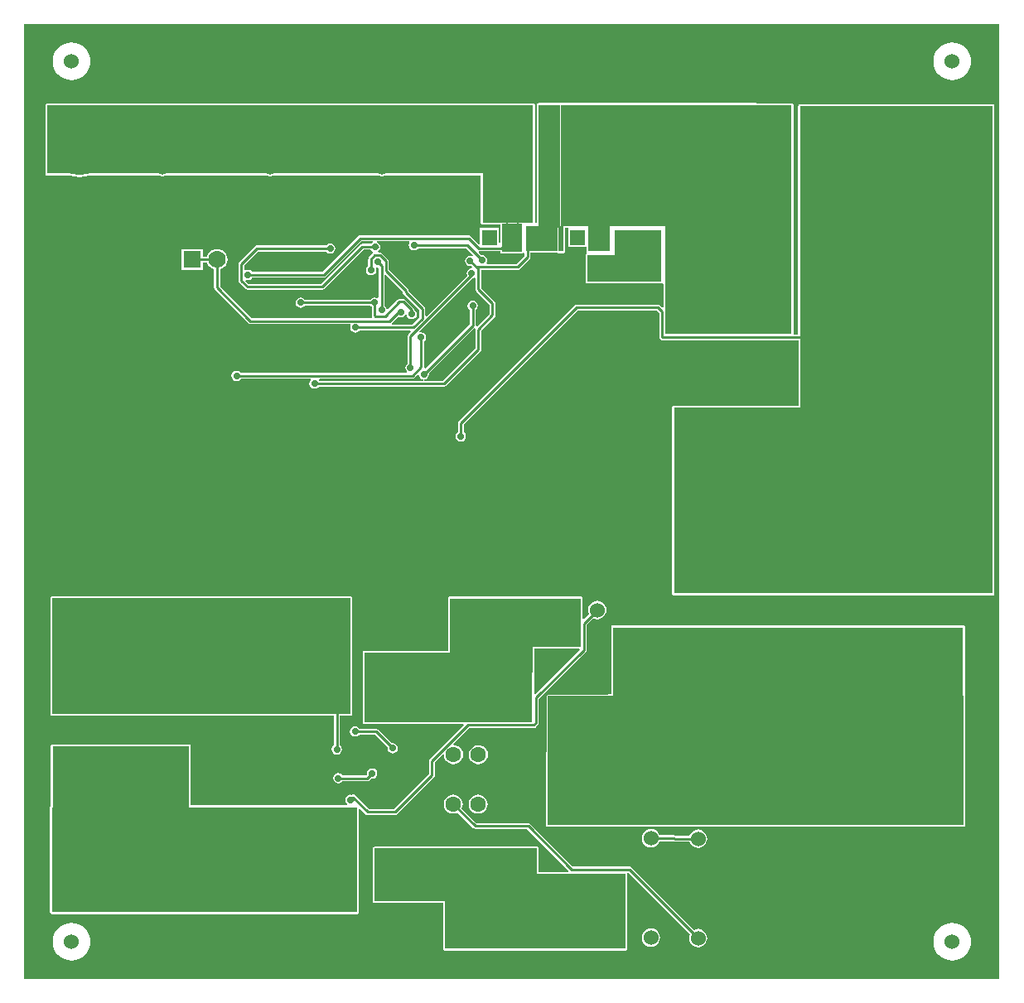
<source format=gbl>
G04 Layer_Physical_Order=2*
G04 Layer_Color=11436288*
%FSLAX24Y24*%
%MOIN*%
G70*
G01*
G75*
%ADD25C,0.0100*%
%ADD26R,1.4094X0.2776*%
%ADD27R,1.6722X0.5197*%
%ADD33R,0.5285X0.1969*%
%ADD34R,0.6762X0.2795*%
%ADD36R,1.8701X0.2756*%
%ADD37R,0.0787X0.1181*%
%ADD40R,0.0214X0.1046*%
%ADD45R,0.3671X0.4341*%
%ADD53R,0.5118X1.4557*%
%ADD54R,1.7972X0.3543*%
%ADD56C,0.1181*%
%ADD57R,0.0512X0.0512*%
%ADD58C,0.0512*%
%ADD59R,0.0512X0.0512*%
%ADD60C,0.1575*%
%ADD61C,0.0600*%
%ADD62C,0.0630*%
%ADD63R,0.0700X0.0700*%
%ADD64C,0.0700*%
%ADD65R,0.0591X0.0591*%
%ADD66C,0.0591*%
%ADD67R,0.0630X0.0630*%
%ADD68C,0.1500*%
%ADD69C,0.0660*%
%ADD70C,0.2362*%
%ADD71C,0.0197*%
%ADD72C,0.0276*%
%ADD73R,0.2067X0.1280*%
%ADD74R,0.0689X0.7382*%
%ADD75R,0.0787X0.1280*%
%ADD76R,1.0335X0.0591*%
%ADD77R,0.3356X0.1073*%
%ADD78R,0.6526X0.2136*%
%ADD79R,0.7264X0.3041*%
%ADD80R,1.2274X0.4242*%
%ADD81R,0.5502X0.2598*%
%ADD82R,1.2018X0.4665*%
%ADD83R,1.7087X0.2008*%
%ADD84R,1.2845X0.7500*%
%ADD85R,0.7756X0.2923*%
%ADD86R,0.7766X0.9213*%
%ADD87R,0.1427X0.9222*%
%ADD88R,0.4862X0.4892*%
%ADD89R,0.0906X0.1033*%
%ADD90R,0.3012X0.4892*%
%ADD91R,0.0896X0.4941*%
%ADD92R,0.1307X0.1044*%
%ADD93R,0.1132X0.1063*%
%ADD94R,0.1860X0.2116*%
%ADD95R,0.2047X0.4724*%
%ADD96R,0.2894X1.1348*%
G36*
X49144Y13454D02*
X9911D01*
Y51900D01*
X49144D01*
Y13454D01*
D02*
G37*
%LPC*%
G36*
X28167Y20887D02*
X28068Y20874D01*
X27975Y20836D01*
X27895Y20774D01*
X27834Y20695D01*
X27795Y20602D01*
X27782Y20502D01*
X27795Y20402D01*
X27834Y20309D01*
X27895Y20230D01*
X27975Y20168D01*
X28068Y20130D01*
X28167Y20117D01*
X28267Y20130D01*
X28360Y20168D01*
X28440Y20230D01*
X28501Y20309D01*
X28539Y20402D01*
X28552Y20502D01*
X28539Y20602D01*
X28501Y20695D01*
X28440Y20774D01*
X28360Y20836D01*
X28267Y20874D01*
X28167Y20887D01*
D02*
G37*
G36*
X32303Y28858D02*
X27018D01*
X26992Y28852D01*
X26969Y28838D01*
X26955Y28815D01*
X26949Y28789D01*
Y26850D01*
Y26821D01*
Y26663D01*
X23593D01*
X23566Y26658D01*
X23544Y26643D01*
X23529Y26621D01*
X23524Y26594D01*
Y23799D01*
X23529Y23773D01*
X23544Y23751D01*
X23566Y23736D01*
X23593Y23731D01*
X27573D01*
X27592Y23685D01*
X26226Y22318D01*
X26200Y22280D01*
X26191Y22234D01*
Y21708D01*
X24779Y20296D01*
X23770D01*
X23214Y20852D01*
X23176Y20878D01*
X23130Y20887D01*
X23084Y20878D01*
X23072Y20870D01*
X23031Y20878D01*
X22952Y20862D01*
X22884Y20817D01*
X22839Y20749D01*
X22823Y20669D01*
X22839Y20589D01*
X22884Y20522D01*
X22913Y20502D01*
X22898Y20452D01*
X16604D01*
Y22835D01*
X16598Y22861D01*
X16584Y22883D01*
X16562Y22898D01*
X16535Y22903D01*
X11033D01*
X11007Y22898D01*
X10985Y22883D01*
X10970Y22861D01*
X10965Y22835D01*
Y20432D01*
X10951Y20410D01*
X10946Y20384D01*
Y16142D01*
X10951Y16116D01*
X10966Y16093D01*
X10988Y16079D01*
X11014Y16073D01*
X23287D01*
X23314Y16079D01*
X23336Y16093D01*
X23350Y16116D01*
X23356Y16142D01*
Y20308D01*
X23402Y20327D01*
X23636Y20093D01*
X23675Y20067D01*
X23720Y20058D01*
X24829D01*
X24874Y20067D01*
X24913Y20093D01*
X26395Y21574D01*
X26420Y21613D01*
X26429Y21659D01*
Y22185D01*
X26748Y22503D01*
X26794Y22478D01*
X26805Y22390D01*
X26844Y22298D01*
X26905Y22218D01*
X26985Y22157D01*
X27077Y22118D01*
X27177Y22105D01*
X27277Y22118D01*
X27370Y22157D01*
X27450Y22218D01*
X27511Y22298D01*
X27549Y22390D01*
X27562Y22490D01*
X27549Y22590D01*
X27511Y22683D01*
X27450Y22763D01*
X27370Y22824D01*
X27277Y22862D01*
X27189Y22874D01*
X27165Y22920D01*
X27808Y23563D01*
X30403D01*
X30448Y23572D01*
X30487Y23598D01*
X30575Y23686D01*
X30601Y23725D01*
X30610Y23770D01*
Y24731D01*
X32504Y26625D01*
X32530Y26664D01*
X32539Y26709D01*
Y27719D01*
X32797Y27977D01*
X32863Y27950D01*
X32959Y27937D01*
X33054Y27950D01*
X33144Y27987D01*
X33220Y28045D01*
X33279Y28122D01*
X33316Y28211D01*
X33329Y28307D01*
X33316Y28403D01*
X33279Y28492D01*
X33220Y28569D01*
X33144Y28628D01*
X33054Y28665D01*
X32959Y28677D01*
X32863Y28665D01*
X32774Y28628D01*
X32697Y28569D01*
X32638Y28492D01*
X32601Y28403D01*
X32589Y28307D01*
X32601Y28211D01*
X32628Y28145D01*
X32418Y27935D01*
X32371Y27954D01*
Y28789D01*
X32366Y28815D01*
X32351Y28838D01*
X32329Y28852D01*
X32303Y28858D01*
D02*
G37*
G36*
X47687Y27696D02*
X33593D01*
X33566Y27691D01*
X33544Y27676D01*
X33529Y27654D01*
X33524Y27628D01*
Y24921D01*
X30965D01*
X30938Y24915D01*
X30916Y24901D01*
X30902Y24878D01*
X30896Y24852D01*
Y19656D01*
X30902Y19629D01*
X30916Y19607D01*
X30938Y19592D01*
X30965Y19587D01*
X47687D01*
X47713Y19592D01*
X47735Y19607D01*
X47750Y19629D01*
X47755Y19656D01*
Y24852D01*
Y27628D01*
X47750Y27654D01*
X47735Y27676D01*
X47713Y27691D01*
X47687Y27696D01*
D02*
G37*
G36*
X23219Y23629D02*
X23139Y23613D01*
X23071Y23568D01*
X23026Y23500D01*
X23010Y23420D01*
X23026Y23340D01*
X23071Y23272D01*
X23139Y23227D01*
X23219Y23211D01*
X23298Y23227D01*
X23366Y23272D01*
X23385Y23301D01*
X24007D01*
X24528Y22780D01*
X24521Y22746D01*
X24537Y22666D01*
X24582Y22598D01*
X24650Y22553D01*
X24730Y22537D01*
X24810Y22553D01*
X24878Y22598D01*
X24923Y22666D01*
X24939Y22746D01*
X24923Y22826D01*
X24878Y22894D01*
X24810Y22939D01*
X24730Y22955D01*
X24697Y22948D01*
X24140Y23504D01*
X24102Y23530D01*
X24056Y23539D01*
X23385D01*
X23366Y23568D01*
X23298Y23613D01*
X23219Y23629D01*
D02*
G37*
G36*
X28177Y22875D02*
X28077Y22862D01*
X27985Y22824D01*
X27905Y22763D01*
X27844Y22683D01*
X27805Y22590D01*
X27792Y22490D01*
X27805Y22390D01*
X27844Y22298D01*
X27905Y22218D01*
X27985Y22157D01*
X28077Y22118D01*
X28177Y22105D01*
X28277Y22118D01*
X28370Y22157D01*
X28450Y22218D01*
X28511Y22298D01*
X28549Y22390D01*
X28562Y22490D01*
X28549Y22590D01*
X28511Y22683D01*
X28450Y22763D01*
X28370Y22824D01*
X28277Y22862D01*
X28177Y22875D01*
D02*
G37*
G36*
X23041Y28848D02*
X11024D01*
X10998Y28843D01*
X10975Y28828D01*
X10961Y28806D01*
X10955Y28780D01*
Y24114D01*
X10961Y24088D01*
X10975Y24066D01*
X10998Y24051D01*
X11024Y24046D01*
X22361D01*
Y22867D01*
X22332Y22848D01*
X22287Y22780D01*
X22271Y22700D01*
X22287Y22620D01*
X22332Y22552D01*
X22400Y22507D01*
X22480Y22491D01*
X22560Y22507D01*
X22628Y22552D01*
X22673Y22620D01*
X22689Y22700D01*
X22673Y22780D01*
X22628Y22848D01*
X22599Y22867D01*
Y24046D01*
X23041D01*
X23067Y24051D01*
X23090Y24066D01*
X23104Y24088D01*
X23110Y24114D01*
Y28780D01*
X23104Y28806D01*
X23090Y28828D01*
X23067Y28843D01*
X23041Y28848D01*
D02*
G37*
G36*
X23900Y21939D02*
X23820Y21923D01*
X23752Y21878D01*
X23707Y21810D01*
X23691Y21730D01*
X23698Y21697D01*
X23661Y21659D01*
X22707D01*
X22688Y21688D01*
X22620Y21733D01*
X22540Y21749D01*
X22460Y21733D01*
X22392Y21688D01*
X22347Y21620D01*
X22331Y21540D01*
X22347Y21460D01*
X22392Y21392D01*
X22460Y21347D01*
X22540Y21331D01*
X22620Y21347D01*
X22688Y21392D01*
X22707Y21421D01*
X23710D01*
X23756Y21430D01*
X23794Y21456D01*
X23867Y21528D01*
X23900Y21521D01*
X23980Y21537D01*
X24048Y21582D01*
X24093Y21650D01*
X24109Y21730D01*
X24093Y21810D01*
X24048Y21878D01*
X23980Y21923D01*
X23900Y21939D01*
D02*
G37*
G36*
X35118Y19494D02*
X35022Y19482D01*
X34933Y19445D01*
X34856Y19386D01*
X34798Y19309D01*
X34761Y19220D01*
X34748Y19124D01*
X34761Y19028D01*
X34798Y18939D01*
X34856Y18862D01*
X34933Y18804D01*
X35022Y18767D01*
X35118Y18754D01*
X35214Y18767D01*
X35303Y18804D01*
X35380Y18862D01*
X35439Y18939D01*
X35466Y19005D01*
X36020D01*
X36030Y18998D01*
X36076Y18989D01*
X36670D01*
X36697Y18923D01*
X36756Y18847D01*
X36833Y18788D01*
X36922Y18751D01*
X37018Y18738D01*
X37114Y18751D01*
X37203Y18788D01*
X37279Y18847D01*
X37338Y18923D01*
X37375Y19012D01*
X37388Y19108D01*
X37375Y19204D01*
X37338Y19293D01*
X37279Y19370D01*
X37203Y19429D01*
X37114Y19466D01*
X37018Y19478D01*
X36922Y19466D01*
X36833Y19429D01*
X36756Y19370D01*
X36697Y19293D01*
X36670Y19227D01*
X36116D01*
X36106Y19234D01*
X36060Y19243D01*
X35466D01*
X35439Y19309D01*
X35380Y19386D01*
X35303Y19445D01*
X35214Y19482D01*
X35118Y19494D01*
D02*
G37*
G36*
X39360Y48710D02*
X30591D01*
X30564Y48705D01*
X30542Y48690D01*
X30528Y48668D01*
X30522Y48642D01*
Y43909D01*
X30512Y43904D01*
X30462Y43937D01*
Y48622D01*
X30457Y48648D01*
X30442Y48670D01*
X30420Y48685D01*
X30394Y48690D01*
X10827D01*
X10801Y48685D01*
X10779Y48670D01*
X10764Y48648D01*
X10759Y48622D01*
Y45866D01*
X10764Y45840D01*
X10779Y45818D01*
X10801Y45803D01*
X10827Y45798D01*
X11738D01*
X11739Y45798D01*
X11930Y45752D01*
X12126Y45736D01*
X12322Y45752D01*
X12513Y45798D01*
X12514Y45798D01*
X15312D01*
X15349Y45783D01*
X15453Y45769D01*
X15556Y45783D01*
X15593Y45798D01*
X19643D01*
X19680Y45783D01*
X19783Y45769D01*
X19887Y45783D01*
X19924Y45798D01*
X24170D01*
X24207Y45783D01*
X24311Y45769D01*
X24415Y45783D01*
X24452Y45798D01*
X28278D01*
Y43898D01*
X28283Y43872D01*
X28298Y43849D01*
X28320Y43835D01*
X28346Y43829D01*
X29066D01*
Y43058D01*
X29060Y43054D01*
X29010Y43081D01*
Y43689D01*
X28246D01*
Y43053D01*
X28196Y43033D01*
X27874Y43354D01*
X27836Y43380D01*
X27790Y43389D01*
X23420D01*
X23374Y43380D01*
X23336Y43354D01*
X21901Y41919D01*
X19067D01*
X19048Y41948D01*
X18980Y41993D01*
X18900Y42009D01*
X18820Y41993D01*
X18803Y41982D01*
X18759Y42005D01*
Y42191D01*
X19306Y42738D01*
X22053D01*
X22072Y42709D01*
X22140Y42664D01*
X22220Y42648D01*
X22300Y42664D01*
X22368Y42709D01*
X22413Y42777D01*
X22429Y42857D01*
X22413Y42937D01*
X22368Y43005D01*
X22300Y43050D01*
X22220Y43066D01*
X22140Y43050D01*
X22072Y43005D01*
X22053Y42976D01*
X19257D01*
X19211Y42967D01*
X19173Y42941D01*
X18556Y42324D01*
X18530Y42286D01*
X18521Y42240D01*
Y41560D01*
X18530Y41514D01*
X18556Y41476D01*
X18796Y41236D01*
X18834Y41210D01*
X18880Y41201D01*
X21900D01*
X21946Y41210D01*
X21984Y41236D01*
X23559Y42811D01*
X23838D01*
X23868Y42766D01*
X23929Y42725D01*
X23936Y42693D01*
X23936Y42670D01*
X23924Y42662D01*
X23775Y42513D01*
X23749Y42474D01*
X23740Y42428D01*
Y42154D01*
X23712Y42135D01*
X23667Y42067D01*
X23651Y41987D01*
X23667Y41907D01*
X23712Y41839D01*
X23780Y41794D01*
X23859Y41778D01*
X23939Y41794D01*
X24007Y41839D01*
X24052Y41907D01*
X24068Y41987D01*
X24053Y42063D01*
X24072Y42093D01*
X24083Y42108D01*
X24120Y42109D01*
X24161Y42074D01*
Y40879D01*
X24111Y40852D01*
X24080Y40873D01*
X24000Y40889D01*
X23920Y40873D01*
X23852Y40828D01*
X23833Y40799D01*
X21197D01*
X21178Y40828D01*
X21110Y40873D01*
X21030Y40889D01*
X20950Y40873D01*
X20882Y40828D01*
X20837Y40760D01*
X20821Y40680D01*
X20837Y40600D01*
X20882Y40532D01*
X20950Y40487D01*
X21030Y40471D01*
X21110Y40487D01*
X21178Y40532D01*
X21197Y40561D01*
X23833D01*
X23852Y40532D01*
X23881Y40513D01*
Y40165D01*
X23890Y40120D01*
X23899Y40106D01*
X23872Y40056D01*
X19062D01*
X17783Y41336D01*
Y42015D01*
X17874Y42053D01*
X17961Y42120D01*
X18028Y42207D01*
X18070Y42308D01*
X18084Y42417D01*
X18070Y42526D01*
X18028Y42628D01*
X17961Y42715D01*
X17874Y42782D01*
X17772Y42824D01*
X17663Y42838D01*
X17555Y42824D01*
X17453Y42782D01*
X17366Y42715D01*
X17299Y42628D01*
X17261Y42537D01*
X17080D01*
Y42834D01*
X16246D01*
Y42000D01*
X17080D01*
Y42298D01*
X17261D01*
X17299Y42207D01*
X17366Y42120D01*
X17453Y42053D01*
X17544Y42015D01*
Y41287D01*
X17553Y41241D01*
X17579Y41202D01*
X18929Y39853D01*
X18967Y39827D01*
X19013Y39818D01*
X23021D01*
X23045Y39774D01*
X23035Y39760D01*
X23020Y39680D01*
X23035Y39600D01*
X23081Y39532D01*
X23148Y39487D01*
X23228Y39471D01*
X23308Y39487D01*
X23376Y39532D01*
X23395Y39561D01*
X25443D01*
X25462Y39515D01*
X25356Y39408D01*
X25330Y39370D01*
X25321Y39324D01*
Y38227D01*
X25292Y38208D01*
X25247Y38140D01*
X25231Y38060D01*
X25247Y37980D01*
X25292Y37912D01*
X25312Y37899D01*
X25297Y37849D01*
X18617D01*
X18598Y37878D01*
X18530Y37923D01*
X18450Y37939D01*
X18370Y37923D01*
X18302Y37878D01*
X18257Y37810D01*
X18241Y37730D01*
X18257Y37650D01*
X18302Y37582D01*
X18370Y37537D01*
X18450Y37521D01*
X18530Y37537D01*
X18598Y37582D01*
X18617Y37611D01*
X21414D01*
X21428Y37561D01*
X21387Y37500D01*
X21371Y37420D01*
X21387Y37340D01*
X21432Y37272D01*
X21500Y37227D01*
X21580Y37211D01*
X21660Y37227D01*
X21728Y37272D01*
X21747Y37301D01*
X26790D01*
X26836Y37310D01*
X26874Y37336D01*
X28254Y38716D01*
X28280Y38754D01*
X28289Y38800D01*
Y39558D01*
X28824Y40093D01*
X28850Y40132D01*
X28859Y40178D01*
Y40652D01*
X28850Y40698D01*
X28824Y40737D01*
X28289Y41272D01*
Y41997D01*
X29756D01*
X29802Y42006D01*
X29840Y42032D01*
X30244Y42436D01*
X30270Y42474D01*
X30279Y42520D01*
Y42677D01*
X31372D01*
X31382Y42675D01*
X31595D01*
X31622Y42680D01*
X31644Y42695D01*
X31659Y42717D01*
X31664Y42743D01*
Y43682D01*
X31789D01*
Y42925D01*
X32520D01*
Y42726D01*
X32526Y42700D01*
X32530Y42694D01*
X32524Y42653D01*
X32514Y42636D01*
X32501Y42627D01*
X32486Y42605D01*
X32481Y42579D01*
Y41516D01*
X32486Y41490D01*
X32501Y41467D01*
X32523Y41453D01*
X32549Y41448D01*
X35531D01*
X35558Y41453D01*
X35571Y41461D01*
X35604Y41451D01*
X35621Y41439D01*
Y40503D01*
X35575Y40484D01*
X35484Y40574D01*
X35446Y40600D01*
X35400Y40609D01*
X32130D01*
X32084Y40600D01*
X32046Y40574D01*
X27386Y35914D01*
X27360Y35876D01*
X27351Y35830D01*
Y35467D01*
X27322Y35448D01*
X27277Y35380D01*
X27261Y35300D01*
X27277Y35220D01*
X27322Y35152D01*
X27390Y35107D01*
X27470Y35091D01*
X27550Y35107D01*
X27618Y35152D01*
X27663Y35220D01*
X27679Y35300D01*
X27663Y35380D01*
X27618Y35448D01*
X27589Y35467D01*
Y35781D01*
X32179Y40371D01*
X35351D01*
X35451Y40271D01*
Y39290D01*
X35460Y39244D01*
X35486Y39206D01*
X35524Y39180D01*
X35570Y39171D01*
X41054D01*
Y36535D01*
X36033D01*
X36007Y36530D01*
X35985Y36515D01*
X35970Y36493D01*
X35965Y36467D01*
Y28967D01*
X35970Y28940D01*
X35985Y28918D01*
X36007Y28903D01*
X36033Y28898D01*
X48878D01*
X48904Y28903D01*
X48926Y28918D01*
X48941Y28940D01*
X48946Y28967D01*
Y36467D01*
Y39390D01*
Y48602D01*
X48941Y48628D01*
X48926Y48651D01*
X48904Y48665D01*
X48878Y48671D01*
X41112D01*
X41086Y48665D01*
X41064Y48651D01*
X41049Y48628D01*
X41044Y48602D01*
Y39409D01*
X40856D01*
X40856Y39409D01*
Y48632D01*
X40850Y48658D01*
X40836Y48680D01*
X40814Y48695D01*
X40787Y48700D01*
X39393D01*
X39386Y48705D01*
X39360Y48710D01*
D02*
G37*
G36*
X11811Y51153D02*
X11663Y51139D01*
X11520Y51095D01*
X11389Y51025D01*
X11274Y50931D01*
X11179Y50816D01*
X11109Y50684D01*
X11066Y50542D01*
X11051Y50394D01*
X11066Y50246D01*
X11109Y50103D01*
X11179Y49972D01*
X11274Y49857D01*
X11389Y49762D01*
X11520Y49692D01*
X11663Y49649D01*
X11811Y49634D01*
X11959Y49649D01*
X12102Y49692D01*
X12233Y49762D01*
X12348Y49857D01*
X12443Y49972D01*
X12513Y50103D01*
X12556Y50246D01*
X12571Y50394D01*
X12556Y50542D01*
X12513Y50684D01*
X12443Y50816D01*
X12348Y50931D01*
X12233Y51025D01*
X12102Y51095D01*
X11959Y51139D01*
X11811Y51153D01*
D02*
G37*
G36*
X47244D02*
X47096Y51139D01*
X46953Y51095D01*
X46822Y51025D01*
X46707Y50931D01*
X46613Y50816D01*
X46542Y50684D01*
X46499Y50542D01*
X46485Y50394D01*
X46499Y50246D01*
X46542Y50103D01*
X46613Y49972D01*
X46707Y49857D01*
X46822Y49762D01*
X46953Y49692D01*
X47096Y49649D01*
X47244Y49634D01*
X47392Y49649D01*
X47535Y49692D01*
X47666Y49762D01*
X47781Y49857D01*
X47876Y49972D01*
X47946Y50103D01*
X47989Y50246D01*
X48004Y50394D01*
X47989Y50542D01*
X47946Y50684D01*
X47876Y50816D01*
X47781Y50931D01*
X47666Y51025D01*
X47535Y51095D01*
X47392Y51139D01*
X47244Y51153D01*
D02*
G37*
G36*
X11811Y15720D02*
X11663Y15706D01*
X11520Y15662D01*
X11389Y15592D01*
X11274Y15498D01*
X11179Y15383D01*
X11109Y15251D01*
X11066Y15109D01*
X11051Y14961D01*
X11066Y14812D01*
X11109Y14670D01*
X11179Y14539D01*
X11274Y14424D01*
X11389Y14329D01*
X11520Y14259D01*
X11663Y14216D01*
X11811Y14201D01*
X11959Y14216D01*
X12102Y14259D01*
X12233Y14329D01*
X12348Y14424D01*
X12443Y14539D01*
X12513Y14670D01*
X12556Y14812D01*
X12571Y14961D01*
X12556Y15109D01*
X12513Y15251D01*
X12443Y15383D01*
X12348Y15498D01*
X12233Y15592D01*
X12102Y15662D01*
X11959Y15706D01*
X11811Y15720D01*
D02*
G37*
G36*
X27167Y20887D02*
X27068Y20874D01*
X26975Y20836D01*
X26895Y20774D01*
X26834Y20695D01*
X26795Y20602D01*
X26782Y20502D01*
X26795Y20402D01*
X26834Y20309D01*
X26895Y20230D01*
X26975Y20168D01*
X27068Y20130D01*
X27167Y20117D01*
X27267Y20130D01*
X27340Y20160D01*
X27965Y19536D01*
X28004Y19510D01*
X28049Y19501D01*
X30131D01*
X31806Y17825D01*
X31786Y17775D01*
X30600D01*
Y18720D01*
X30595Y18747D01*
X30580Y18769D01*
X30558Y18784D01*
X30531Y18789D01*
X24006D01*
X23980Y18784D01*
X23958Y18769D01*
X23943Y18747D01*
X23938Y18720D01*
Y16585D01*
X23943Y16559D01*
X23958Y16536D01*
X23980Y16522D01*
X24006Y16516D01*
X26762D01*
Y14665D01*
X26768Y14639D01*
X26782Y14617D01*
X26805Y14602D01*
X26831Y14597D01*
X34094D01*
X34121Y14602D01*
X34143Y14617D01*
X34158Y14639D01*
X34163Y14665D01*
Y17707D01*
X34171Y17716D01*
X34239Y17718D01*
X36688Y15270D01*
X36660Y15204D01*
X36648Y15108D01*
X36660Y15012D01*
X36697Y14923D01*
X36756Y14847D01*
X36833Y14788D01*
X36922Y14751D01*
X37018Y14738D01*
X37114Y14751D01*
X37203Y14788D01*
X37279Y14847D01*
X37338Y14923D01*
X37375Y15012D01*
X37388Y15108D01*
X37375Y15204D01*
X37338Y15293D01*
X37279Y15370D01*
X37203Y15429D01*
X37114Y15466D01*
X37018Y15478D01*
X36922Y15466D01*
X36856Y15438D01*
X34340Y17954D01*
X34302Y17980D01*
X34256Y17989D01*
X31979D01*
X30264Y19704D01*
X30226Y19730D01*
X30180Y19739D01*
X28099D01*
X27509Y20329D01*
X27539Y20402D01*
X27552Y20502D01*
X27539Y20602D01*
X27501Y20695D01*
X27440Y20774D01*
X27360Y20836D01*
X27267Y20874D01*
X27167Y20887D01*
D02*
G37*
G36*
X35118Y15494D02*
X35022Y15481D01*
X34933Y15445D01*
X34856Y15386D01*
X34798Y15309D01*
X34761Y15220D01*
X34748Y15124D01*
X34761Y15028D01*
X34798Y14939D01*
X34856Y14862D01*
X34933Y14804D01*
X35022Y14767D01*
X35118Y14754D01*
X35214Y14767D01*
X35303Y14804D01*
X35380Y14862D01*
X35439Y14939D01*
X35476Y15028D01*
X35488Y15124D01*
X35476Y15220D01*
X35439Y15309D01*
X35380Y15386D01*
X35303Y15445D01*
X35214Y15481D01*
X35118Y15494D01*
D02*
G37*
G36*
X47244Y15720D02*
X47096Y15706D01*
X46953Y15662D01*
X46822Y15592D01*
X46707Y15498D01*
X46613Y15383D01*
X46542Y15251D01*
X46499Y15109D01*
X46485Y14961D01*
X46499Y14812D01*
X46542Y14670D01*
X46613Y14539D01*
X46707Y14424D01*
X46822Y14329D01*
X46953Y14259D01*
X47096Y14216D01*
X47244Y14201D01*
X47392Y14216D01*
X47535Y14259D01*
X47666Y14329D01*
X47781Y14424D01*
X47876Y14539D01*
X47946Y14670D01*
X47989Y14812D01*
X48004Y14961D01*
X47989Y15109D01*
X47946Y15251D01*
X47876Y15383D01*
X47781Y15498D01*
X47666Y15592D01*
X47535Y15662D01*
X47392Y15706D01*
X47244Y15720D01*
D02*
G37*
%LPD*%
G36*
X23924Y43138D02*
X23928Y43101D01*
X23868Y43061D01*
X23860Y43049D01*
X23510D01*
X23464Y43040D01*
X23426Y43014D01*
X21851Y41439D01*
X18929D01*
X18811Y41558D01*
X18835Y41604D01*
X18900Y41591D01*
X18980Y41607D01*
X19048Y41652D01*
X19067Y41681D01*
X21950D01*
X21996Y41690D01*
X22034Y41716D01*
X23469Y43151D01*
X23919D01*
X23924Y43138D01*
D02*
G37*
G36*
X25131Y41121D02*
Y41100D01*
X25140Y41054D01*
X25166Y41016D01*
X25801Y40381D01*
Y40089D01*
X25511Y39799D01*
X24703D01*
X24688Y39849D01*
X24693Y39853D01*
X24955Y40114D01*
X24980Y40097D01*
X25060Y40081D01*
X25140Y40097D01*
X25208Y40142D01*
X25237Y40186D01*
X25290Y40176D01*
X25297Y40140D01*
X25342Y40072D01*
X25410Y40027D01*
X25490Y40011D01*
X25570Y40027D01*
X25638Y40072D01*
X25683Y40140D01*
X25699Y40220D01*
X25683Y40300D01*
X25638Y40368D01*
X25608Y40388D01*
X25600Y40426D01*
X25574Y40464D01*
X25244Y40794D01*
X25206Y40820D01*
X25160Y40829D01*
X25000D01*
X24954Y40820D01*
X24916Y40794D01*
X24535Y40414D01*
X24481Y40430D01*
X24473Y40470D01*
X24428Y40538D01*
X24399Y40557D01*
Y41787D01*
X24445Y41806D01*
X25131Y41121D01*
D02*
G37*
G36*
X25408Y43101D02*
X25387Y43070D01*
X25371Y42990D01*
X25387Y42910D01*
X25432Y42842D01*
X25500Y42797D01*
X25580Y42781D01*
X25660Y42797D01*
X25728Y42842D01*
X25747Y42871D01*
X27677D01*
X27968Y42580D01*
X27936Y42542D01*
X27922Y42551D01*
X27842Y42567D01*
X27762Y42551D01*
X27694Y42506D01*
X27649Y42438D01*
X27633Y42358D01*
X27649Y42278D01*
X27694Y42211D01*
X27762Y42165D01*
X27842Y42150D01*
X27875Y42156D01*
X27917Y42115D01*
X27895Y42066D01*
X27830Y42053D01*
X27762Y42008D01*
X27717Y41940D01*
X27701Y41860D01*
X27717Y41780D01*
X27721Y41774D01*
X26085Y40138D01*
X26039Y40157D01*
Y40430D01*
X26030Y40476D01*
X26004Y40514D01*
X25369Y41149D01*
Y41170D01*
X25360Y41216D01*
X25334Y41254D01*
X24566Y42022D01*
Y42350D01*
X24557Y42396D01*
X24531Y42435D01*
X24304Y42662D01*
X24265Y42688D01*
X24220Y42697D01*
X24150D01*
X24135Y42747D01*
X24163Y42766D01*
X24209Y42834D01*
X24214Y42860D01*
X24230Y42884D01*
X24239Y42930D01*
X24230Y42976D01*
X24204Y43014D01*
X24187Y43026D01*
X24163Y43061D01*
X24104Y43101D01*
X24107Y43138D01*
X24112Y43151D01*
X25381D01*
X25408Y43101D01*
D02*
G37*
G36*
X29066Y42717D02*
X29071Y42690D01*
X29086Y42668D01*
X29108Y42653D01*
X29134Y42648D01*
X29921D01*
X29947Y42653D01*
X29970Y42668D01*
X29978Y42680D01*
X29991Y42685D01*
X30025Y42666D01*
X30041Y42643D01*
Y42569D01*
X29707Y42235D01*
X28530D01*
X28503Y42285D01*
X28520Y42310D01*
X28536Y42390D01*
X28520Y42470D01*
X28474Y42538D01*
X28407Y42583D01*
X28327Y42599D01*
X28293Y42592D01*
X28183Y42702D01*
X28184Y42711D01*
X28205Y42751D01*
X29066D01*
Y42717D01*
D02*
G37*
G36*
X25784Y37754D02*
X25791Y37715D01*
X25837Y37648D01*
X25904Y37602D01*
X25971Y37589D01*
X25966Y37539D01*
X21774D01*
X21758Y37561D01*
X21783Y37611D01*
X25520D01*
X25566Y37620D01*
X25604Y37646D01*
X25729Y37771D01*
X25784Y37754D01*
D02*
G37*
G36*
X32249Y26706D02*
X30469Y24927D01*
X30423Y24946D01*
Y25730D01*
X30437Y25751D01*
X30442Y25778D01*
Y26753D01*
X32229D01*
X32249Y26706D01*
D02*
G37*
G36*
X28051Y41655D02*
Y41223D01*
X28060Y41177D01*
X28086Y41138D01*
X28621Y40603D01*
Y40227D01*
X28114Y39720D01*
X28068Y39745D01*
X28072Y39764D01*
Y40385D01*
X28100Y40404D01*
X28146Y40471D01*
X28161Y40551D01*
X28146Y40631D01*
X28100Y40699D01*
X28033Y40744D01*
X27953Y40760D01*
X27873Y40744D01*
X27805Y40699D01*
X27760Y40631D01*
X27744Y40551D01*
X27760Y40471D01*
X27805Y40404D01*
X27834Y40385D01*
Y39813D01*
X26052Y38032D01*
X26026Y38031D01*
X25989Y38080D01*
X25989Y38081D01*
Y39113D01*
X26018Y39132D01*
X26063Y39200D01*
X26079Y39280D01*
X26063Y39360D01*
X26018Y39428D01*
X25950Y39473D01*
X25870Y39489D01*
X25838Y39482D01*
X25813Y39528D01*
X27943Y41658D01*
X27990Y41667D01*
X28007Y41679D01*
X28051Y41655D01*
D02*
G37*
G36*
X28054Y39626D02*
X28051Y39608D01*
Y38849D01*
X26741Y37539D01*
X26003D01*
X25998Y37589D01*
X26064Y37602D01*
X26132Y37648D01*
X26177Y37715D01*
X26193Y37795D01*
X26186Y37829D01*
X28008Y39651D01*
X28054Y39626D01*
D02*
G37*
D25*
X23130Y20768D02*
X23720Y20177D01*
X24016Y42930D02*
X24120D01*
X23510D02*
X24016D01*
X25974Y42330D02*
X26361D01*
X25967D02*
X25974D01*
X27842Y42358D02*
X28084Y42116D01*
X27910Y41794D02*
Y41860D01*
X25440Y39324D02*
X27910Y41794D01*
X23859Y41987D02*
Y42428D01*
X24009Y42578D01*
X24220D01*
X24447Y42350D01*
Y41973D02*
Y42350D01*
Y41973D02*
X25250Y41170D01*
X24114Y42323D02*
X24280Y42157D01*
Y40390D02*
Y42157D01*
X24016Y42913D02*
X24103D01*
X24120Y42930D01*
X23031Y20669D02*
X23130Y20768D01*
X23720Y20177D02*
X24829D01*
X26310Y21659D01*
Y22234D01*
X27759Y23682D01*
X30403D01*
X30491Y23770D01*
Y24780D01*
X32420Y26709D01*
Y27769D01*
X32959Y28307D01*
X27058Y22058D02*
X27356D01*
X27609Y22533D02*
X27998Y22922D01*
X27609Y22311D02*
Y22533D01*
X27356Y22058D02*
X27609Y22311D01*
X27998Y22922D02*
X28356D01*
X28640Y22638D01*
X30848D01*
Y24901D01*
X33335Y24969D02*
X33376Y25009D01*
X30916Y24969D02*
X33335D01*
X30848Y24901D02*
X30916Y24969D01*
X33376Y25009D02*
Y28257D01*
X34154Y29035D01*
X26565Y21565D02*
X27058Y22058D01*
X27953Y39764D02*
Y40551D01*
X25984Y37795D02*
X27953Y39764D01*
X28170Y41223D02*
Y42030D01*
Y41223D02*
X28740Y40652D01*
X28170Y38800D02*
Y39608D01*
X28740Y40178D01*
X28084Y42116D02*
X28170Y42030D01*
X28084Y42116D02*
X29756D01*
X22480Y22700D02*
Y24261D01*
X21280Y25461D02*
X22480Y24261D01*
X21580Y37420D02*
X26790D01*
X28170Y38800D01*
X28740Y40178D02*
Y40652D01*
X21900Y41320D02*
X23510Y42930D01*
X18880Y41320D02*
X21900D01*
X18640Y41560D02*
X18880Y41320D01*
X18640Y41560D02*
Y42240D01*
X19257Y42857D01*
X22220D01*
X24962Y40290D02*
X25060D01*
X24609Y39937D02*
X24962Y40290D01*
X19013Y39937D02*
X24609D01*
X17663Y41287D02*
X19013Y39937D01*
X17663Y41287D02*
Y42417D01*
X21030Y40680D02*
X24000D01*
X26361Y42330D02*
X26368Y42323D01*
X28730Y41198D02*
X29879Y40049D01*
X29092Y42870D02*
X29530Y43307D01*
X28190Y42870D02*
X29092D01*
X27790Y43270D02*
X28190Y42870D01*
X23420Y43270D02*
X27790D01*
X21950Y41800D02*
X23420Y43270D01*
X18900Y41800D02*
X21950D01*
X35570Y39290D02*
X42805D01*
X35570D02*
Y40320D01*
X35400Y40490D02*
X35570Y40320D01*
X32130Y40490D02*
X35400D01*
X27470Y35830D02*
X32130Y40490D01*
X27470Y35300D02*
Y35830D01*
X23228Y39680D02*
X25560D01*
X25920Y40040D01*
Y40430D01*
X25250Y41100D02*
X25920Y40430D01*
X25250Y41100D02*
Y41170D01*
X25440Y38060D02*
Y39324D01*
X22540Y21540D02*
X23710D01*
X23900Y21730D01*
X34256Y17870D02*
X37018Y15108D01*
X31930Y17870D02*
X34256D01*
X30180Y19620D02*
X31930Y17870D01*
X28049Y19620D02*
X30180D01*
X27167Y20502D02*
X28049Y19620D01*
X23219Y23420D02*
X24056D01*
X24730Y22746D01*
X18450Y37730D02*
X25520D01*
X25870Y38080D01*
Y39280D01*
X30160Y43036D02*
X30431Y43307D01*
X30160Y42520D02*
Y43036D01*
X29756Y42116D02*
X30160Y42520D01*
X24000Y40165D02*
Y40680D01*
Y40165D02*
X24030Y40135D01*
X24425D01*
X25000Y40710D01*
X25160D01*
X25490Y40380D01*
Y40220D02*
Y40380D01*
X27727Y42990D02*
X28327Y42390D01*
X25580Y42990D02*
X27727D01*
X25581Y41535D02*
Y41929D01*
Y41142D02*
Y41535D01*
X25967Y42330D02*
X25974Y42323D01*
X25588Y42330D02*
X25967D01*
X25581Y42323D02*
X25588Y42330D01*
X26366Y41140D02*
X26368Y41142D01*
X25976Y41140D02*
X26366D01*
X25974Y41142D02*
X25976Y41140D01*
X16663Y42417D02*
X17663D01*
X36076Y19108D02*
X37018D01*
X36060Y19124D02*
X36076Y19108D01*
X35118Y19124D02*
X36060D01*
D26*
X40640Y26240D02*
D03*
D27*
X39326Y22254D02*
D03*
D33*
X29660Y27805D02*
D03*
D34*
X26973Y25197D02*
D03*
D36*
X20177Y47244D02*
D03*
D37*
X29528Y43307D02*
D03*
D40*
X31489Y43266D02*
D03*
D45*
X37525Y41580D02*
D03*
D53*
X13327Y36196D02*
D03*
D54*
X24872Y30689D02*
D03*
D56*
X42520Y30709D02*
D03*
X34252Y47677D02*
D03*
X29528D02*
D03*
X42520Y24409D02*
D03*
X15748Y19291D02*
D03*
Y26378D02*
D03*
Y33465D02*
D03*
D57*
X40024Y35949D02*
D03*
X17618Y46161D02*
D03*
X22146Y46161D02*
D03*
X26280Y46161D02*
D03*
D58*
X40024Y36933D02*
D03*
X35366Y35016D02*
D03*
X17618Y45177D02*
D03*
X22146Y45177D02*
D03*
X26280Y45177D02*
D03*
D59*
X36350Y35016D02*
D03*
D60*
X13091Y34547D02*
D03*
Y32579D02*
D03*
X13022Y18376D02*
D03*
Y20344D02*
D03*
X12933Y25394D02*
D03*
Y27362D02*
D03*
X46870Y30453D02*
D03*
Y32421D02*
D03*
X46860Y23730D02*
D03*
Y25699D02*
D03*
D61*
X11811Y50394D02*
D03*
Y14961D02*
D03*
X47244D02*
D03*
Y50394D02*
D03*
X36959Y28307D02*
D03*
X32959D02*
D03*
X37018Y15108D02*
D03*
Y19108D02*
D03*
X35118Y19124D02*
D03*
Y15124D02*
D03*
D62*
X28167Y20502D02*
D03*
X27167D02*
D03*
X28177Y22490D02*
D03*
X27177D02*
D03*
X33974Y43307D02*
D03*
X33073D02*
D03*
X30431D02*
D03*
X29530D02*
D03*
D63*
X16663Y42417D02*
D03*
D64*
X17663D02*
D03*
D65*
X36526Y31004D02*
D03*
D66*
X34557D02*
D03*
D67*
X32171Y43307D02*
D03*
X28628D02*
D03*
D68*
X43281Y43906D02*
D03*
X37681D02*
D03*
D69*
X15453Y46169D02*
D03*
Y45169D02*
D03*
X19783Y46169D02*
D03*
Y45169D02*
D03*
X24311Y46169D02*
D03*
Y45169D02*
D03*
D70*
X12126Y44035D02*
D03*
Y46988D02*
D03*
D71*
X32091Y27850D02*
D03*
X21650Y18378D02*
D03*
Y18102D02*
D03*
X21374Y17827D02*
D03*
Y18102D02*
D03*
Y18378D02*
D03*
X21650Y17827D02*
D03*
X21114D02*
D03*
X20839Y18378D02*
D03*
Y18102D02*
D03*
Y17827D02*
D03*
X21114Y18102D02*
D03*
Y18378D02*
D03*
X25929Y18142D02*
D03*
Y17866D02*
D03*
X25654Y17591D02*
D03*
Y17866D02*
D03*
Y18142D02*
D03*
X25929Y17591D02*
D03*
X25394D02*
D03*
X25118Y18142D02*
D03*
Y17866D02*
D03*
Y17591D02*
D03*
X25394Y17866D02*
D03*
Y18142D02*
D03*
X32126Y16531D02*
D03*
Y16256D02*
D03*
X31850Y15980D02*
D03*
Y16256D02*
D03*
Y16531D02*
D03*
X32126Y15980D02*
D03*
X31591D02*
D03*
X31315Y16531D02*
D03*
Y16256D02*
D03*
Y15980D02*
D03*
X31591Y16256D02*
D03*
Y16531D02*
D03*
X32146Y20992D02*
D03*
Y20717D02*
D03*
X31870Y20441D02*
D03*
Y20717D02*
D03*
Y20992D02*
D03*
X32146Y20441D02*
D03*
X31610D02*
D03*
X31335Y20992D02*
D03*
Y20717D02*
D03*
Y20441D02*
D03*
X31610Y20717D02*
D03*
Y20992D02*
D03*
X32146Y23902D02*
D03*
Y23626D02*
D03*
X31870Y23350D02*
D03*
Y23626D02*
D03*
Y23902D02*
D03*
X32146Y23350D02*
D03*
X31610D02*
D03*
X31335Y23902D02*
D03*
Y23626D02*
D03*
Y23350D02*
D03*
X31610Y23626D02*
D03*
Y23902D02*
D03*
X32091Y28398D02*
D03*
Y28122D02*
D03*
X31815Y27846D02*
D03*
Y28122D02*
D03*
Y28398D02*
D03*
X31555Y27846D02*
D03*
X31280Y28398D02*
D03*
Y28122D02*
D03*
Y27846D02*
D03*
X31555Y28122D02*
D03*
Y28398D02*
D03*
X26189Y25654D02*
D03*
Y25378D02*
D03*
X25913Y25102D02*
D03*
Y25378D02*
D03*
Y25654D02*
D03*
X26189Y25102D02*
D03*
X25654D02*
D03*
X25378Y25654D02*
D03*
Y25378D02*
D03*
Y25102D02*
D03*
X25654Y25378D02*
D03*
Y25654D02*
D03*
X21394Y27165D02*
D03*
Y26890D02*
D03*
X21118Y26614D02*
D03*
Y26890D02*
D03*
Y27165D02*
D03*
X21394Y26614D02*
D03*
X21929D02*
D03*
X21654Y27165D02*
D03*
Y26890D02*
D03*
Y26614D02*
D03*
X21929Y26890D02*
D03*
Y27165D02*
D03*
X25581Y42323D02*
D03*
Y41535D02*
D03*
Y41929D02*
D03*
X25974D02*
D03*
Y42323D02*
D03*
X26368D02*
D03*
X25581Y41142D02*
D03*
X26368D02*
D03*
X25974D02*
D03*
X26368Y41535D02*
D03*
X25974D02*
D03*
X26368Y41929D02*
D03*
X34646Y41732D02*
D03*
Y42323D02*
D03*
X32677D02*
D03*
Y41732D02*
D03*
X32648Y40167D02*
D03*
X35217Y40197D02*
D03*
X29778Y43799D02*
D03*
X29332D02*
D03*
X29291Y42851D02*
D03*
X29754Y42854D02*
D03*
X32756Y42864D02*
D03*
X33376Y42854D02*
D03*
Y43750D02*
D03*
X32746D02*
D03*
D72*
X27842Y42358D02*
D03*
X27910Y41860D02*
D03*
X23859Y41987D02*
D03*
X24016Y42913D02*
D03*
X23031Y20669D02*
D03*
X26565Y21565D02*
D03*
X24114Y42323D02*
D03*
X27953Y40551D02*
D03*
X25984Y37795D02*
D03*
X22480Y22700D02*
D03*
X21580Y37420D02*
D03*
X22220Y42857D02*
D03*
X25060Y40290D02*
D03*
X21030Y40680D02*
D03*
X24000D02*
D03*
X29879Y40049D02*
D03*
X28730Y41198D02*
D03*
X18900Y41800D02*
D03*
X42805Y39290D02*
D03*
X27470Y35300D02*
D03*
X24280Y40390D02*
D03*
X23228Y39680D02*
D03*
X25440Y38060D02*
D03*
X22540Y21540D02*
D03*
X23900Y21730D02*
D03*
X23219Y23420D02*
D03*
X24730Y22746D02*
D03*
X18450Y37730D02*
D03*
X25870Y39280D02*
D03*
X25490Y40220D02*
D03*
X28327Y42390D02*
D03*
X25580Y42990D02*
D03*
D73*
X11171Y29970D02*
D03*
D74*
X10482Y26919D02*
D03*
D75*
X20079Y23179D02*
D03*
D76*
X15305Y23524D02*
D03*
D77*
X28696Y26314D02*
D03*
D78*
X27269Y17653D02*
D03*
D79*
X30463Y16186D02*
D03*
D80*
X17151Y18263D02*
D03*
D81*
X13784Y21535D02*
D03*
D82*
X17032Y26447D02*
D03*
D83*
X19311Y44478D02*
D03*
D84*
X42456Y32717D02*
D03*
D85*
X45000Y37928D02*
D03*
D86*
X44995Y43996D02*
D03*
D87*
X40074Y44021D02*
D03*
D88*
X36929Y46196D02*
D03*
D89*
X33041Y43243D02*
D03*
D90*
X32992Y46196D02*
D03*
D91*
X31038Y46171D02*
D03*
D92*
X30728Y43267D02*
D03*
D93*
X33115Y42047D02*
D03*
D94*
X34601Y42574D02*
D03*
D95*
X29370Y46260D02*
D03*
D96*
X33888Y34641D02*
D03*
M02*

</source>
